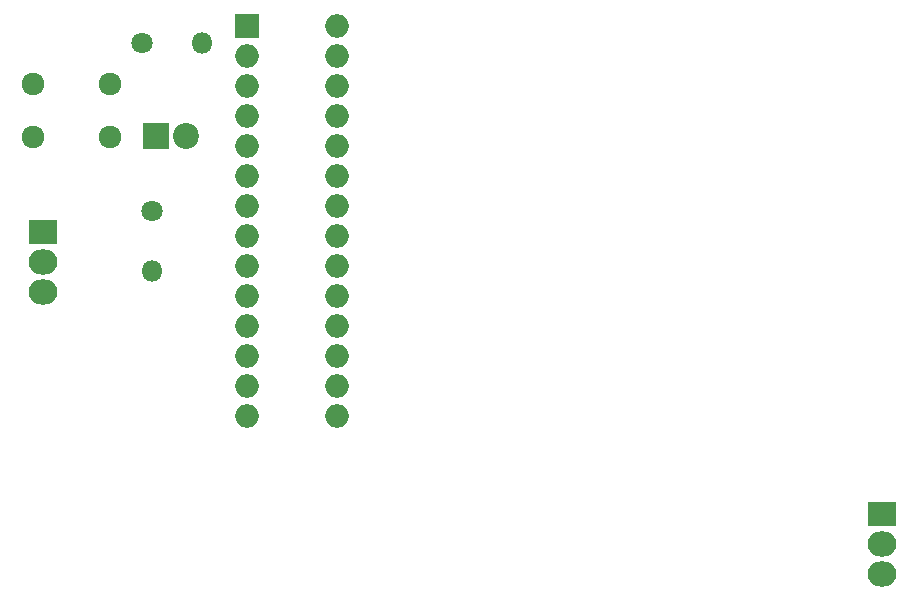
<source format=gbs>
%TF.GenerationSoftware,KiCad,Pcbnew,(5.0.0)*%
%TF.CreationDate,2018-10-04T13:43:41-06:00*%
%TF.ProjectId,contador,636F6E7461646F722E6B696361645F70,rev?*%
%TF.SameCoordinates,Original*%
%TF.FileFunction,Soldermask,Bot*%
%TF.FilePolarity,Negative*%
%FSLAX46Y46*%
G04 Gerber Fmt 4.6, Leading zero omitted, Abs format (unit mm)*
G04 Created by KiCad (PCBNEW (5.0.0)) date 10/04/18 13:43:41*
%MOMM*%
%LPD*%
G01*
G04 APERTURE LIST*
%ADD10R,2.200000X2.200000*%
%ADD11C,2.200000*%
%ADD12R,2.430000X2.130000*%
%ADD13O,2.430000X2.130000*%
%ADD14O,1.800000X1.800000*%
%ADD15C,1.800000*%
%ADD16C,1.924000*%
%ADD17R,2.000000X2.000000*%
%ADD18O,2.000000X2.000000*%
G04 APERTURE END LIST*
D10*
X116900000Y-78950000D03*
D11*
X119440000Y-78950000D03*
D12*
X107300000Y-87150000D03*
D13*
X107300000Y-89690000D03*
X107300000Y-92230000D03*
X178400000Y-116080000D03*
X178400000Y-113540000D03*
D12*
X178400000Y-111000000D03*
D14*
X116575000Y-90430000D03*
D15*
X116575000Y-85350000D03*
X115700000Y-71100000D03*
D14*
X120780000Y-71100000D03*
D16*
X113000000Y-79050000D03*
X106500000Y-79050000D03*
X106500000Y-74550000D03*
X113000000Y-74550000D03*
D17*
X124625001Y-69675001D03*
D18*
X132245001Y-102695001D03*
X124625001Y-72215001D03*
X132245001Y-100155001D03*
X124625001Y-74755001D03*
X132245001Y-97615001D03*
X124625001Y-77295001D03*
X132245001Y-95075001D03*
X124625001Y-79835001D03*
X132245001Y-92535001D03*
X124625001Y-82375001D03*
X132245001Y-89995001D03*
X124625001Y-84915001D03*
X132245001Y-87455001D03*
X124625001Y-87455001D03*
X132245001Y-84915001D03*
X124625001Y-89995001D03*
X132245001Y-82375001D03*
X124625001Y-92535001D03*
X132245001Y-79835001D03*
X124625001Y-95075001D03*
X132245001Y-77295001D03*
X124625001Y-97615001D03*
X132245001Y-74755001D03*
X124625001Y-100155001D03*
X132245001Y-72215001D03*
X124625001Y-102695001D03*
X132245001Y-69675001D03*
M02*

</source>
